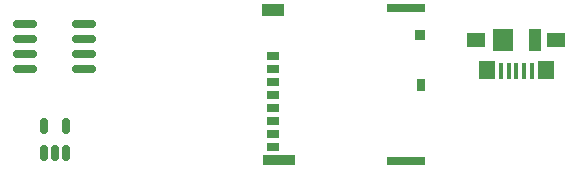
<source format=gbr>
%TF.GenerationSoftware,KiCad,Pcbnew,7.0.8*%
%TF.CreationDate,2023-12-27T11:07:12+01:00*%
%TF.ProjectId,Frost-ESP32,46726f73-742d-4455-9350-33322e6b6963,rev?*%
%TF.SameCoordinates,Original*%
%TF.FileFunction,Paste,Bot*%
%TF.FilePolarity,Positive*%
%FSLAX46Y46*%
G04 Gerber Fmt 4.6, Leading zero omitted, Abs format (unit mm)*
G04 Created by KiCad (PCBNEW 7.0.8) date 2023-12-27 11:07:12*
%MOMM*%
%LPD*%
G01*
G04 APERTURE LIST*
G04 Aperture macros list*
%AMRoundRect*
0 Rectangle with rounded corners*
0 $1 Rounding radius*
0 $2 $3 $4 $5 $6 $7 $8 $9 X,Y pos of 4 corners*
0 Add a 4 corners polygon primitive as box body*
4,1,4,$2,$3,$4,$5,$6,$7,$8,$9,$2,$3,0*
0 Add four circle primitives for the rounded corners*
1,1,$1+$1,$2,$3*
1,1,$1+$1,$4,$5*
1,1,$1+$1,$6,$7*
1,1,$1+$1,$8,$9*
0 Add four rect primitives between the rounded corners*
20,1,$1+$1,$2,$3,$4,$5,0*
20,1,$1+$1,$4,$5,$6,$7,0*
20,1,$1+$1,$6,$7,$8,$9,0*
20,1,$1+$1,$8,$9,$2,$3,0*%
G04 Aperture macros list end*
%ADD10R,1.100000X0.700000*%
%ADD11R,0.930000X0.900000*%
%ADD12R,0.780000X1.050000*%
%ADD13R,1.830000X1.140000*%
%ADD14R,2.800000X0.860000*%
%ADD15R,3.330000X0.700000*%
%ADD16RoundRect,0.150000X0.150000X-0.512500X0.150000X0.512500X-0.150000X0.512500X-0.150000X-0.512500X0*%
%ADD17R,0.450000X1.380000*%
%ADD18R,1.650000X1.300000*%
%ADD19R,1.425000X1.550000*%
%ADD20R,1.800000X1.900000*%
%ADD21R,1.000000X1.900000*%
%ADD22RoundRect,0.150000X0.825000X0.150000X-0.825000X0.150000X-0.825000X-0.150000X0.825000X-0.150000X0*%
G04 APERTURE END LIST*
D10*
%TO.C,J1*%
X118375000Y-101420000D03*
X118375000Y-102520000D03*
X118375000Y-103620000D03*
X118375000Y-104720000D03*
X118375000Y-105820000D03*
X118375000Y-106920000D03*
X118375000Y-108020000D03*
X118375000Y-109120000D03*
D11*
X130840000Y-99630000D03*
D12*
X130915000Y-103895000D03*
D13*
X118390000Y-97540000D03*
D14*
X118875000Y-110200000D03*
D15*
X129640000Y-97320000D03*
X129640000Y-110280000D03*
%TD*%
D16*
%TO.C,U2*%
X100900000Y-109637500D03*
X99950000Y-109637500D03*
X99000000Y-109637500D03*
X99000000Y-107362500D03*
X100900000Y-107362500D03*
%TD*%
D17*
%TO.C,J3*%
X137695000Y-102715000D03*
X138345000Y-102715000D03*
X138995000Y-102715000D03*
X139645000Y-102715000D03*
X140295000Y-102715000D03*
D18*
X135620000Y-100055000D03*
D19*
X136507500Y-102630000D03*
D20*
X137845000Y-100055000D03*
D21*
X140545000Y-100055000D03*
D19*
X141482500Y-102630000D03*
D18*
X142370000Y-100055000D03*
%TD*%
D22*
%TO.C,U3*%
X102375000Y-98695000D03*
X102375000Y-99965000D03*
X102375000Y-101235000D03*
X102375000Y-102505000D03*
X97425000Y-102505000D03*
X97425000Y-101235000D03*
X97425000Y-99965000D03*
X97425000Y-98695000D03*
%TD*%
M02*

</source>
